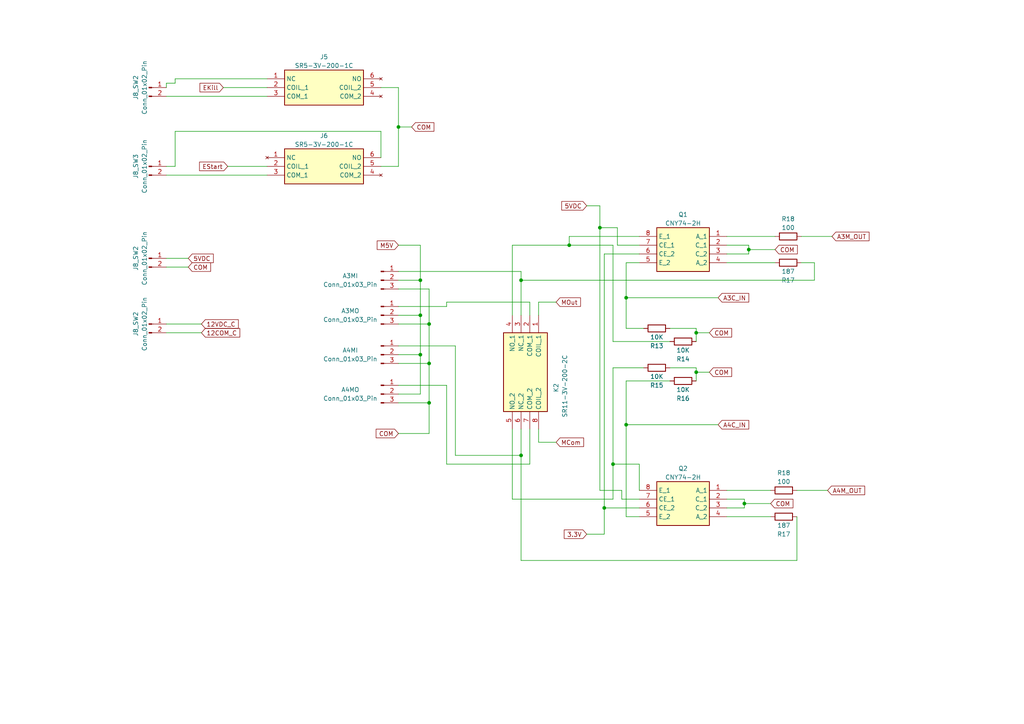
<source format=kicad_sch>
(kicad_sch (version 20230121) (generator eeschema)
  (paper "A4")
  (title_block (title "Additional Circuits") (rev "1.1") (comment 1 "Swapped Signal and 5+"))
  (lib_symbols
    (symbol "Connector:Conn_01x02_Pin" (pin_names (offset 1.016) hide)
      (property "Reference" "J" (at 0 2.54 0))
      (property "Value" "Conn_01x02_Pin" (at 0 -5.08 0))
      (symbol "Conn_01x02_Pin_1_1"
        (polyline (pts (xy 1.27 -2.54) (xy 0.8636 -2.54)) (stroke (width 0.1524)))
        (polyline (pts (xy 1.27 0) (xy 0.8636 0)) (stroke (width 0.1524)))
        (rectangle (start 0.8636 -2.413) (end 0 -2.667) (stroke (width 0.1524)) (fill (type outline)))
        (rectangle (start 0.8636 0.127) (end 0 -0.127) (stroke (width 0.1524)) (fill (type outline)))
        (pin passive line (at 5.08 0 180) (length 3.81) (name "Pin_1") (number "1"))
        (pin passive line (at 5.08 -2.54 180) (length 3.81) (name "Pin_2") (number "2"))
      )
    )
    (symbol "Connector:Conn_01x03_Pin" (pin_names (offset 1.016) hide)
      (property "Reference" "J" (at 0 5.08 0))
      (property "Value" "Conn_01x03_Pin" (at 0 -5.08 0))
      (symbol "Conn_01x03_Pin_1_1"
        (polyline (pts (xy 1.27 -2.54) (xy 0.8636 -2.54)) (stroke (width 0.1524)))
        (polyline (pts (xy 1.27 0) (xy 0.8636 0)) (stroke (width 0.1524)))
        (polyline (pts (xy 1.27 2.54) (xy 0.8636 2.54)) (stroke (width 0.1524)))
        (rectangle (start 0.8636 -2.413) (end 0 -2.667) (stroke (width 0.1524)) (fill (type outline)))
        (rectangle (start 0.8636 0.127) (end 0 -0.127) (stroke (width 0.1524)) (fill (type outline)))
        (rectangle (start 0.8636 2.667) (end 0 2.413) (stroke (width 0.1524)) (fill (type outline)))
        (pin passive line (at 5.08 2.54 180) (length 3.81) (name "Pin_1") (number "1"))
        (pin passive line (at 5.08 0 180) (length 3.81) (name "Pin_2") (number "2"))
        (pin passive line (at 5.08 -2.54 180) (length 3.81) (name "Pin_3") (number "3"))
      )
    )
    (symbol "Device:R" (pin_numbers hide) (pin_names (offset 0))
      (property "Reference" "R" (at 2.032 0 90))
      (property "Value" "R" (at 0 0 90))
      (symbol "R_0_1"
        (rectangle (start -1.016 -2.54) (end 1.016 2.54) (stroke (width 0.254)))
      )
      (symbol "R_1_1"
        (pin passive line (at 0 3.81 270) (length 1.27) (name "~") (number "1"))
        (pin passive line (at 0 -3.81 90) (length 1.27) (name "~") (number "2"))
      )
    )
    (symbol "SR5-3V-200-1C_1"
      (property "Reference" "K3" (at 16.51 6.35 0))
      (property "Value" "SR5-3V-200-1C" (at 16.51 3.81 0))
      (symbol "SR5-3V-200-1C_1_1_1"
        (rectangle (start 5.08 2.54) (end 27.94 -7.62) (stroke (width 0.254)) (fill (type background)))
        (pin passive line (at 0 0 0) (length 5.08) (name "NC") (number "1"))
        (pin passive line (at 0 -2.54 0) (length 5.08) (name "COIL_1") (number "2"))
        (pin passive line (at 0 -5.08 0) (length 5.08) (name "COM_1") (number "3"))
        (pin no_connect line (at 33.02 -5.08 180) (length 5.08) (name "COM_2") (number "4"))
        (pin passive line (at 33.02 -2.54 180) (length 5.08) (name "COIL_2") (number "5"))
        (pin no_connect line (at 33.02 0 180) (length 5.08) (name "NO") (number "6"))
      )
    )
    (symbol "SamacSys:CNY74-2H"
      (property "Reference" "Q" (at 21.59 7.62 0))
      (property "Value" "CNY74-2H" (at 21.59 5.08 0))
      (symbol "CNY74-2H_1_1"
        (rectangle (start 5.08 2.54) (end 20.32 -10.16) (stroke (width 0.254)) (fill (type background)))
        (pin passive line (at 0 0 0) (length 5.08) (name "A_1") (number "1"))
        (pin passive line (at 0 -2.54 0) (length 5.08) (name "C_1") (number "2"))
        (pin passive line (at 0 -5.08 0) (length 5.08) (name "C_2") (number "3"))
        (pin passive line (at 0 -7.62 0) (length 5.08) (name "A_2") (number "4"))
        (pin passive line (at 25.4 -7.62 180) (length 5.08) (name "E_2") (number "5"))
        (pin passive line (at 25.4 -5.08 180) (length 5.08) (name "CE_2") (number "6"))
        (pin passive line (at 25.4 -2.54 180) (length 5.08) (name "CE_1") (number "7"))
        (pin passive line (at 25.4 0 180) (length 5.08) (name "E_1") (number "8"))
      )
    )
    (symbol "SamacSys:SR11-3V-200-2C"
      (property "Reference" "K" (at 29.21 7.62 0))
      (property "Value" "SR11-3V-200-2C" (at 29.21 5.08 0))
      (symbol "SR11-3V-200-2C_1_1"
        (rectangle (start 5.08 2.54) (end 27.94 -10.16) (stroke (width 0.254)) (fill (type background)))
        (pin passive line (at 0 0 0) (length 5.08) (name "COIL_1") (number "1"))
        (pin passive line (at 0 -2.54 0) (length 5.08) (name "COM_1") (number "2"))
        (pin passive line (at 0 -5.08 0) (length 5.08) (name "NC_1") (number "3"))
        (pin passive line (at 0 -7.62 0) (length 5.08) (name "NO_1") (number "4"))
        (pin passive line (at 33.02 -7.62 180) (length 5.08) (name "NO_2") (number "5"))
        (pin passive line (at 33.02 -5.08 180) (length 5.08) (name "NC_2") (number "6"))
        (pin passive line (at 33.02 -2.54 180) (length 5.08) (name "COM_2") (number "7"))
        (pin passive line (at 33.02 0 180) (length 5.08) (name "COIL_2") (number "8"))
      )
    )
    (symbol "SamacSys:SR5-3V-200-1C"
      (property "Reference" "K4" (at 16.51 6.35 0))
      (property "Value" "SR5-3V-200-1C" (at 16.51 3.81 0))
      (symbol "SR5-3V-200-1C_1_1"
        (rectangle (start 5.08 2.54) (end 27.94 -7.62) (stroke (width 0.254)) (fill (type background)))
        (pin no_connect line (at 0 0 0) (length 5.08) (name "NC") (number "1"))
        (pin passive line (at 0 -2.54 0) (length 5.08) (name "COIL_1") (number "2"))
        (pin passive line (at 0 -5.08 0) (length 5.08) (name "COM_1") (number "3"))
        (pin no_connect line (at 33.02 -5.08 180) (length 5.08) (name "COM_2") (number "4"))
        (pin passive line (at 33.02 -2.54 180) (length 5.08) (name "COIL_2") (number "5"))
        (pin passive line (at 33.02 0 180) (length 5.08) (name "NO") (number "6"))
      )
    )
  )
  (junction (at 115.57 36.83))
  (junction (at 201.93 107.95))
  (junction (at 181.61 86.36))
  (junction (at 151.13 132.08))
  (junction (at 177.8 134.62))
  (junction (at 121.92 91.44))
  (junction (at 201.93 96.52))
  (junction (at 217.17 72.39))
  (junction (at 121.92 102.87))
  (junction (at 165.1 71.12))
  (junction (at 181.61 123.19))
  (junction (at 124.46 93.98))
  (junction (at 175.26 147.32))
  (junction (at 173.99 66.04))
  (junction (at 215.9 146.05))
  (junction (at 124.46 105.41))
  (junction (at 151.13 81.28))
  (junction (at 124.46 116.84))
  (junction (at 121.92 81.28))
  (wire (pts (xy 132.08 100.33) (xy 132.08 132.08)))
  (wire (pts (xy 217.17 73.66) (xy 217.17 72.39)))
  (wire (pts (xy 179.07 71.12) (xy 179.07 66.04)))
  (wire (pts (xy 165.1 68.58) (xy 165.1 71.12)))
  (wire (pts (xy 110.49 38.1) (xy 50.8 38.1)))
  (wire (pts (xy 175.26 147.32) (xy 175.26 154.94)))
  (wire (pts (xy 185.42 134.62) (xy 177.8 134.62)))
  (wire (pts (xy 170.18 59.69) (xy 173.99 59.69)))
  (wire (pts (xy 210.82 76.2) (xy 224.79 76.2)))
  (wire (pts (xy 194.31 99.06) (xy 177.8 99.06)))
  (wire (pts (xy 115.57 102.87) (xy 121.92 102.87)))
  (wire (pts (xy 165.1 68.58) (xy 185.42 68.58)))
  (wire (pts (xy 50.8 48.26) (xy 48.26 48.26)))
  (wire (pts (xy 181.61 86.36) (xy 208.28 86.36)))
  (wire (pts (xy 236.22 76.2) (xy 236.22 81.28)))
  (wire (pts (xy 186.69 95.25) (xy 181.61 95.25)))
  (wire (pts (xy 180.34 144.78) (xy 180.34 142.24)))
  (wire (pts (xy 121.92 102.87) (xy 121.92 114.3)))
  (wire (pts (xy 175.26 147.32) (xy 185.42 147.32)))
  (wire (pts (xy 181.61 110.49) (xy 181.61 123.19)))
  (wire (pts (xy 231.14 149.86) (xy 231.14 162.56)))
  (wire (pts (xy 115.57 25.4) (xy 115.57 36.83)))
  (wire (pts (xy 205.74 107.95) (xy 201.93 107.95)))
  (wire (pts (xy 175.26 73.66) (xy 175.26 147.32)))
  (wire (pts (xy 153.67 91.44) (xy 153.67 87.63)))
  (wire (pts (xy 217.17 72.39) (xy 224.79 72.39)))
  (wire (pts (xy 115.57 91.44) (xy 121.92 91.44)))
  (wire (pts (xy 194.31 106.68) (xy 201.93 106.68)))
  (wire (pts (xy 48.26 50.8) (xy 77.47 50.8)))
  (wire (pts (xy 210.82 149.86) (xy 223.52 149.86)))
  (wire (pts (xy 50.8 38.1) (xy 50.8 48.26)))
  (wire (pts (xy 210.82 68.58) (xy 224.79 68.58)))
  (wire (pts (xy 232.41 68.58) (xy 241.3 68.58)))
  (wire (pts (xy 50.8 24.13) (xy 48.26 24.13)))
  (wire (pts (xy 185.42 144.78) (xy 180.34 144.78)))
  (wire (pts (xy 115.57 116.84) (xy 124.46 116.84)))
  (wire (pts (xy 177.8 144.78) (xy 148.59 144.78)))
  (wire (pts (xy 48.26 93.98) (xy 58.42 93.98)))
  (wire (pts (xy 48.26 74.93) (xy 54.61 74.93)))
  (wire (pts (xy 129.54 111.76) (xy 129.54 134.62)))
  (wire (pts (xy 201.93 106.68) (xy 201.93 107.95)))
  (wire (pts (xy 148.59 144.78) (xy 148.59 124.46)))
  (wire (pts (xy 210.82 71.12) (xy 217.17 71.12)))
  (wire (pts (xy 121.92 81.28) (xy 121.92 91.44)))
  (wire (pts (xy 151.13 162.56) (xy 151.13 132.08)))
  (wire (pts (xy 153.67 134.62) (xy 129.54 134.62)))
  (wire (pts (xy 156.21 124.46) (xy 156.21 128.27)))
  (wire (pts (xy 173.99 66.04) (xy 173.99 142.24)))
  (wire (pts (xy 201.93 110.49) (xy 201.93 107.95)))
  (wire (pts (xy 201.93 95.25) (xy 201.93 96.52)))
  (wire (pts (xy 48.26 77.47) (xy 54.61 77.47)))
  (wire (pts (xy 151.13 78.74) (xy 151.13 81.28)))
  (wire (pts (xy 194.31 110.49) (xy 181.61 110.49)))
  (wire (pts (xy 115.57 81.28) (xy 121.92 81.28)))
  (wire (pts (xy 185.42 73.66) (xy 175.26 73.66)))
  (wire (pts (xy 231.14 142.24) (xy 240.03 142.24)))
  (wire (pts (xy 124.46 116.84) (xy 124.46 105.41)))
  (wire (pts (xy 181.61 123.19) (xy 208.28 123.19)))
  (wire (pts (xy 170.18 154.94) (xy 175.26 154.94)))
  (wire (pts (xy 156.21 87.63) (xy 156.21 91.44)))
  (wire (pts (xy 217.17 71.12) (xy 217.17 72.39)))
  (wire (pts (xy 121.92 71.12) (xy 121.92 81.28)))
  (wire (pts (xy 129.54 88.9) (xy 129.54 87.63)))
  (wire (pts (xy 48.26 24.13) (xy 48.26 25.4)))
  (wire (pts (xy 151.13 124.46) (xy 151.13 132.08)))
  (wire (pts (xy 124.46 125.73) (xy 124.46 116.84)))
  (wire (pts (xy 50.8 22.86) (xy 50.8 24.13)))
  (wire (pts (xy 205.74 96.52) (xy 201.93 96.52)))
  (wire (pts (xy 185.42 134.62) (xy 185.42 142.24)))
  (wire (pts (xy 156.21 128.27) (xy 161.29 128.27)))
  (wire (pts (xy 181.61 76.2) (xy 181.61 86.36)))
  (wire (pts (xy 151.13 81.28) (xy 151.13 91.44)))
  (wire (pts (xy 236.22 81.28) (xy 151.13 81.28)))
  (wire (pts (xy 177.8 134.62) (xy 177.8 144.78)))
  (wire (pts (xy 165.1 71.12) (xy 148.59 71.12)))
  (wire (pts (xy 201.93 99.06) (xy 201.93 96.52)))
  (wire (pts (xy 194.31 95.25) (xy 201.93 95.25)))
  (wire (pts (xy 215.9 144.78) (xy 215.9 146.05)))
  (wire (pts (xy 121.92 114.3) (xy 115.57 114.3)))
  (wire (pts (xy 210.82 144.78) (xy 215.9 144.78)))
  (wire (pts (xy 161.29 87.63) (xy 156.21 87.63)))
  (wire (pts (xy 153.67 87.63) (xy 129.54 87.63)))
  (wire (pts (xy 173.99 59.69) (xy 173.99 66.04)))
  (wire (pts (xy 153.67 124.46) (xy 153.67 134.62)))
  (wire (pts (xy 77.47 22.86) (xy 50.8 22.86)))
  (wire (pts (xy 64.77 25.4) (xy 77.47 25.4)))
  (wire (pts (xy 124.46 93.98) (xy 124.46 83.82)))
  (wire (pts (xy 115.57 78.74) (xy 151.13 78.74)))
  (wire (pts (xy 115.57 125.73) (xy 124.46 125.73)))
  (wire (pts (xy 132.08 132.08) (xy 151.13 132.08)))
  (wire (pts (xy 115.57 111.76) (xy 129.54 111.76)))
  (wire (pts (xy 231.14 162.56) (xy 151.13 162.56)))
  (wire (pts (xy 181.61 86.36) (xy 181.61 95.25)))
  (wire (pts (xy 110.49 25.4) (xy 115.57 25.4)))
  (wire (pts (xy 121.92 91.44) (xy 121.92 102.87)))
  (wire (pts (xy 185.42 71.12) (xy 179.07 71.12)))
  (wire (pts (xy 48.26 27.94) (xy 77.47 27.94)))
  (wire (pts (xy 124.46 83.82) (xy 115.57 83.82)))
  (wire (pts (xy 177.8 71.12) (xy 177.8 99.06)))
  (wire (pts (xy 210.82 73.66) (xy 217.17 73.66)))
  (wire (pts (xy 115.57 93.98) (xy 124.46 93.98)))
  (wire (pts (xy 179.07 66.04) (xy 173.99 66.04)))
  (wire (pts (xy 124.46 105.41) (xy 124.46 93.98)))
  (wire (pts (xy 115.57 100.33) (xy 132.08 100.33)))
  (wire (pts (xy 215.9 146.05) (xy 223.52 146.05)))
  (wire (pts (xy 48.26 96.52) (xy 58.42 96.52)))
  (wire (pts (xy 148.59 71.12) (xy 148.59 91.44)))
  (wire (pts (xy 210.82 147.32) (xy 215.9 147.32)))
  (wire (pts (xy 232.41 76.2) (xy 236.22 76.2)))
  (wire (pts (xy 181.61 123.19) (xy 181.61 149.86)))
  (wire (pts (xy 177.8 71.12) (xy 165.1 71.12)))
  (wire (pts (xy 115.57 105.41) (xy 124.46 105.41)))
  (wire (pts (xy 186.69 106.68) (xy 177.8 106.68)))
  (wire (pts (xy 115.57 48.26) (xy 115.57 36.83)))
  (wire (pts (xy 215.9 146.05) (xy 215.9 147.32)))
  (wire (pts (xy 110.49 45.72) (xy 110.49 38.1)))
  (wire (pts (xy 180.34 142.24) (xy 173.99 142.24)))
  (wire (pts (xy 66.04 48.26) (xy 77.47 48.26)))
  (wire (pts (xy 115.57 88.9) (xy 129.54 88.9)))
  (wire (pts (xy 185.42 76.2) (xy 181.61 76.2)))
  (wire (pts (xy 115.57 71.12) (xy 121.92 71.12)))
  (wire (pts (xy 115.57 36.83) (xy 119.38 36.83)))
  (wire (pts (xy 185.42 149.86) (xy 181.61 149.86)))
  (wire (pts (xy 210.82 142.24) (xy 223.52 142.24)))
  (wire (pts (xy 110.49 48.26) (xy 115.57 48.26)))
  (wire (pts (xy 177.8 106.68) (xy 177.8 134.62)))
  (global_label "COM" (shape input) (at 205.74 107.95 0) (property "Intersheetrefs" "${INTERSHEET_REFS}" (effects hide)))
  (global_label "COM" (shape input) (at 54.61 77.47 0) (property "Intersheetrefs" "${INTERSHEET_REFS}" (effects hide)))
  (global_label "COM" (shape input) (at 224.79 72.39 0) (property "Intersheetrefs" "${INTERSHEET_REFS}" (effects hide)))
  (global_label "A4C_IN" (shape input) (at 208.28 123.19 0) (property "Intersheetrefs" "${INTERSHEET_REFS}" (effects hide)))
  (global_label "A4M_OUT" (shape input) (at 240.03 142.24 0) (property "Intersheetrefs" "${INTERSHEET_REFS}" (effects hide)))
  (global_label "A3M_OUT" (shape input) (at 241.3 68.58 0) (property "Intersheetrefs" "${INTERSHEET_REFS}" (effects hide)))
  (global_label "EStart" (shape input) (at 66.04 48.26 180) (property "Intersheetrefs" "${INTERSHEET_REFS}" (effects hide)))
  (global_label "COM" (shape input) (at 115.57 125.73 180) (property "Intersheetrefs" "${INTERSHEET_REFS}" (effects hide)))
  (global_label "12COM_C" (shape input) (at 58.42 96.52 0) (property "Intersheetrefs" "${INTERSHEET_REFS}" (effects hide)))
  (global_label "12VDC_C" (shape input) (at 58.42 93.98 0) (property "Intersheetrefs" "${INTERSHEET_REFS}" (effects hide)))
  (global_label "COM" (shape input) (at 205.74 96.52 0) (property "Intersheetrefs" "${INTERSHEET_REFS}" (effects hide)))
  (global_label "3.3V" (shape input) (at 170.18 154.94 180) (property "Intersheetrefs" "${INTERSHEET_REFS}" (effects hide)))
  (global_label "COM" (shape input) (at 119.38 36.83 0) (property "Intersheetrefs" "${INTERSHEET_REFS}" (effects hide)))
  (global_label "M5V" (shape input) (at 115.57 71.12 180) (property "Intersheetrefs" "${INTERSHEET_REFS}" (effects hide)))
  (global_label "5VDC" (shape input) (at 54.61 74.93 0) (property "Intersheetrefs" "${INTERSHEET_REFS}" (effects hide)))
  (global_label "MOut" (shape input) (at 161.29 87.63 0) (property "Intersheetrefs" "${INTERSHEET_REFS}" (effects hide)))
  (global_label "5VDC" (shape input) (at 170.18 59.69 180) (property "Intersheetrefs" "${INTERSHEET_REFS}" (effects hide)))
  (global_label "EKill" (shape input) (at 64.77 25.4 180) (property "Intersheetrefs" "${INTERSHEET_REFS}" (effects hide)))
  (global_label "A3C_IN" (shape input) (at 208.28 86.36 0) (property "Intersheetrefs" "${INTERSHEET_REFS}" (effects hide)))
  (global_label "COM" (shape input) (at 223.52 146.05 0) (property "Intersheetrefs" "${INTERSHEET_REFS}" (effects hide)))
  (global_label "MCom" (shape input) (at 161.29 128.27 0) (property "Intersheetrefs" "${INTERSHEET_REFS}" (effects hide)))
  (symbol (lib_id "SamacSys:CNY74-2H") (at 210.82 142.24 0) (mirror y) (unit 1)
    (property "Reference" "Q2" (at 198.12 135.89 0))
    (property "Value" "CNY74-2H" (at 198.12 138.43 0))
    (property "Footprint" "DIP762W56P254L977H470Q8N" (effects hide))
    (property "Datasheet" "https://componentsearchengine.com/Datasheets/2/CNY74-2H.pdf" (effects hide))
    (property "Height" "4.7" (effects hide))
    (property "Mouser Part Number" "782-CNY74-2H" (effects hide))
    (property "Mouser Price/Stock" "https://www.mouser.co.uk/ProductDetail/Vishay-Semiconductors/CNY74-2H?qs=xCMk%252BIHWTZO%2Fp2dB7mb0lQ%3D%3D" (effects hide))
    (property "Manufacturer_Name" "Vishay" (effects hide))
    (property "Manufacturer_Part_Number" "CNY74-2H" (effects hide))
    (instances (project "Control_board" (path "" (reference "Q2") (unit 1)) (path "" (reference "IC4") (unit 1))))
  )
  (symbol (lib_id "Device:R") (at 198.12 110.49 270) (unit 1)
    (property "Reference" "R16" (at 198.12 115.57 90))
    (property "Value" "10K" (at 198.12 113.03 90))
    (property "Footprint" "Resistor_THT:R_Axial_DIN0411_L9.9mm_D3.6mm_P12.70mm_Horizontal" (effects hide))
  )
  (symbol (lib_id "Device:R") (at 227.33 149.86 270) (unit 1)
    (property "Reference" "R17" (at 227.33 154.94 90))
    (property "Value" "187" (at 227.33 152.4 90))
    (property "Footprint" "Resistor_THT:R_Axial_DIN0411_L9.9mm_D3.6mm_P12.70mm_Horizontal" (effects hide))
    (instances (project "Control_board" (path "" (reference "R17") (unit 1)) (path "" (reference "R18") (unit 1))))
  )
  (symbol (lib_id "Connector:Conn_01x03_Pin") (at 110.49 91.44 0) (unit 1)
    (property "Reference" "A3MO" (at 101.6 90.17 0))
    (property "Value" "Conn_01x03_Pin" (at 101.6 92.71 0))
    (property "Footprint" "Connector_PinHeader_2.54mm:PinHeader_1x03_P2.54mm_Vertical" (effects hide))
    (instances (project "Control_board" (path "" (reference "A3MO") (unit 1)) (path "" (reference "A3M1") (unit 1))))
  )
  (symbol (lib_id "Connector:Conn_01x02_Pin") (at 43.18 93.98 0) (unit 1)
    (property "Reference" "J8_SW2" (at 39.37 93.98 90))
    (property "Value" "Conn_01x02_Pin" (at 41.91 93.98 90))
    (property "Footprint" "Connector_Phoenix_MC_HighVoltage:PhoenixContact_MCV_1,5_2-G-5.08_1x02_P5.08mm_Vertical" (effects hide))
    (instances (project "Control_board" (path "" (reference "J8_SW2") (unit 1)) (path "" (reference "12VOut1") (unit 1))))
  )
  (symbol (lib_name "SR5-3V-200-1C_1") (lib_id "SamacSys:SR5-3V-200-1C") (at 77.47 22.86 0) (unit 1)
    (property "Reference" "J5" (at 93.98 16.51 0))
    (property "Value" "SR5-3V-200-1C" (at 93.98 19.05 0))
    (property "Footprint" "SR53V2001C" (effects hide))
    (property "Datasheet" "https://www.cuidevices.com/product/resource/sr5.pdf" (effects hide))
    (property "Height" "12.1" (effects hide))
    (property "Mouser Part Number" "179-SR5-3V-200-1C" (effects hide))
    (property "Mouser Price/Stock" "https://www.mouser.co.uk/ProductDetail/CUI-Devices/SR5-3V-200-1C?qs=4ASt3YYao0XB60H1Ojp4Wg%3D%3D" (effects hide))
    (property "Manufacturer_Name" "CUI Devices" (effects hide))
    (property "Manufacturer_Part_Number" "SR5-3V-200-1C" (effects hide))
    (instances (project "Control_board" (path "" (reference "J5") (unit 1)) (path "" (reference "K3") (unit 1))))
  )
  (symbol (lib_id "Connector:Conn_01x02_Pin") (at 43.18 74.93 0) (unit 1)
    (property "Reference" "J8_SW2" (at 39.37 74.93 90))
    (property "Value" "Conn_01x02_Pin" (at 41.91 74.93 90))
    (property "Footprint" "Connector_Phoenix_MC_HighVoltage:PhoenixContact_MCV_1,5_2-G-5.08_1x02_P5.08mm_Vertical" (effects hide))
    (instances (project "Control_board" (path "" (reference "J8_SW2") (unit 1)) (path "" (reference "5VOut1") (unit 1))))
  )
  (symbol (lib_id "Device:R") (at 198.12 99.06 270) (unit 1)
    (property "Reference" "R14" (at 198.12 104.14 90))
    (property "Value" "10K" (at 198.12 101.6 90))
    (property "Footprint" "Resistor_THT:R_Axial_DIN0411_L9.9mm_D3.6mm_P12.70mm_Horizontal" (effects hide))
    (instances (project "Control_board" (path "" (reference "R14") (unit 1)) (path "" (reference "R15") (unit 1))))
  )
  (symbol (lib_id "Connector:Conn_01x02_Pin") (at 43.18 48.26 0) (unit 1)
    (property "Reference" "J8_SW3" (at 39.37 48.26 90))
    (property "Value" "Conn_01x02_Pin" (at 41.91 48.26 90))
    (property "Footprint" "Connector_Phoenix_MC_HighVoltage:PhoenixContact_MCV_1,5_2-G-5.08_1x02_P5.08mm_Vertical" (effects hide))
    (instances (project "Control_board" (path "" (reference "J8_SW3") (unit 1)) (path "" (reference "EStart1") (unit 1))))
  )
  (symbol (lib_id "Connector:Conn_01x03_Pin") (at 110.49 102.87 0) (unit 1)
    (property "Reference" "A4MI" (at 101.6 101.6 0))
    (property "Value" "Conn_01x03_Pin" (at 101.6 104.14 0))
    (property "Footprint" "Connector_PinHeader_2.54mm:PinHeader_1x03_P2.54mm_Vertical" (effects hide))
    (instances (project "Control_board" (path "" (reference "A4MI") (unit 1)) (path "" (reference "A4C1") (unit 1))))
  )
  (symbol (lib_id "Connector:Conn_01x02_Pin") (at 43.18 25.4 0) (unit 1)
    (property "Reference" "J8_SW2" (at 39.37 25.4 90))
    (property "Value" "Conn_01x02_Pin" (at 41.91 25.4 90))
    (property "Footprint" "Connector_Phoenix_MC_HighVoltage:PhoenixContact_MCV_1,5_2-G-5.08_1x02_P5.08mm_Vertical" (effects hide))
    (instances (project "Control_board" (path "" (reference "J8_SW2") (unit 1)) (path "" (reference "EKill1") (unit 1))))
  )
  (symbol (lib_id "Device:R") (at 190.5 95.25 270) (unit 1)
    (property "Reference" "R13" (at 190.5 100.33 90))
    (property "Value" "10K" (at 190.5 97.79 90))
    (property "Footprint" "Resistor_THT:R_Axial_DIN0411_L9.9mm_D3.6mm_P12.70mm_Horizontal" (effects hide))
  )
  (symbol (lib_id "Connector:Conn_01x03_Pin") (at 110.49 114.3 0) (unit 1)
    (property "Reference" "A4MO" (at 101.6 113.03 0))
    (property "Value" "Conn_01x03_Pin" (at 101.6 115.57 0))
    (property "Footprint" "Connector_PinHeader_2.54mm:PinHeader_1x03_P2.54mm_Vertical" (effects hide))
    (instances (project "Control_board" (path "" (reference "A4MO") (unit 1)) (path "" (reference "A4M1") (unit 1))))
  )
  (symbol (lib_id "Device:R") (at 227.33 142.24 90) (unit 1)
    (property "Reference" "R18" (at 227.33 137.16 90))
    (property "Value" "100" (at 227.33 139.7 90))
    (property "Footprint" "Resistor_THT:R_Axial_DIN0411_L9.9mm_D3.6mm_P12.70mm_Horizontal" (effects hide))
    (instances (project "Control_board" (path "" (reference "R18") (unit 1)) (path "" (reference "R17") (unit 1))))
  )
  (symbol (lib_id "Device:R") (at 228.6 76.2 270) (unit 1)
    (property "Reference" "R17" (at 228.6 81.28 90))
    (property "Value" "187" (at 228.6 78.74 90))
    (property "Footprint" "Resistor_THT:R_Axial_DIN0411_L9.9mm_D3.6mm_P12.70mm_Horizontal" (effects hide))
    (instances (project "Control_board" (path "" (reference "R17") (unit 1)) (path "" (reference "R20") (unit 1))))
  )
  (symbol (lib_id "SamacSys:SR5-3V-200-1C") (at 77.47 45.72 0) (unit 1)
    (property "Reference" "J6" (at 93.98 39.37 0))
    (property "Value" "SR5-3V-200-1C" (at 93.98 41.91 0))
    (property "Footprint" "SR53V2001C" (effects hide))
    (property "Datasheet" "https://www.cuidevices.com/product/resource/sr5.pdf" (effects hide))
    (property "Height" "12.1" (effects hide))
    (property "Mouser Part Number" "179-SR5-3V-200-1C" (effects hide))
    (property "Mouser Price/Stock" "https://www.mouser.co.uk/ProductDetail/CUI-Devices/SR5-3V-200-1C?qs=4ASt3YYao0XB60H1Ojp4Wg%3D%3D" (effects hide))
    (property "Manufacturer_Name" "CUI Devices" (effects hide))
    (property "Manufacturer_Part_Number" "SR5-3V-200-1C" (effects hide))
    (instances (project "Control_board" (path "" (reference "J6") (unit 1)) (path "" (reference "K4") (unit 1))))
  )
  (symbol (lib_id "SamacSys:CNY74-2H") (at 210.82 68.58 0) (mirror y) (unit 1)
    (property "Reference" "Q1" (at 198.12 62.23 0))
    (property "Value" "CNY74-2H" (at 198.12 64.77 0))
    (property "Footprint" "DIP762W56P254L977H470Q8N" (effects hide))
    (property "Datasheet" "https://componentsearchengine.com/Datasheets/2/CNY74-2H.pdf" (effects hide))
    (property "Height" "4.7" (effects hide))
    (property "Mouser Part Number" "782-CNY74-2H" (effects hide))
    (property "Mouser Price/Stock" "https://www.mouser.co.uk/ProductDetail/Vishay-Semiconductors/CNY74-2H?qs=xCMk%252BIHWTZO%2Fp2dB7mb0lQ%3D%3D" (effects hide))
    (property "Manufacturer_Name" "Vishay" (effects hide))
    (property "Manufacturer_Part_Number" "CNY74-2H" (effects hide))
    (instances (project "Control_board" (path "" (reference "Q1") (unit 1)) (path "" (reference "IC3") (unit 1))))
  )
  (symbol (lib_id "Connector:Conn_01x03_Pin") (at 110.49 81.28 0) (unit 1)
    (property "Reference" "A3MI" (at 101.6 80.01 0))
    (property "Value" "Conn_01x03_Pin" (at 101.6 82.55 0))
    (property "Footprint" "Connector_PinHeader_2.54mm:PinHeader_1x03_P2.54mm_Vertical" (effects hide))
    (instances (project "Control_board" (path "" (reference "A3MI") (unit 1)) (path "" (reference "A3C1") (unit 1))))
  )
  (symbol (lib_id "Device:R") (at 228.6 68.58 90) (unit 1)
    (property "Reference" "R18" (at 228.6 63.5 90))
    (property "Value" "100" (at 228.6 66.04 90))
    (property "Footprint" "Resistor_THT:R_Axial_DIN0411_L9.9mm_D3.6mm_P12.70mm_Horizontal" (effects hide))
    (instances (project "Control_board" (path "" (reference "R18") (unit 1)) (path "" (reference "R19") (unit 1))))
  )
  (symbol (lib_id "Device:R") (at 190.5 106.68 270) (unit 1)
    (property "Reference" "R15" (at 190.5 111.76 90))
    (property "Value" "10K" (at 190.5 109.22 90))
    (property "Footprint" "Resistor_THT:R_Axial_DIN0411_L9.9mm_D3.6mm_P12.70mm_Horizontal" (effects hide))
    (instances (project "Control_board" (path "" (reference "R15") (unit 1)) (path "" (reference "R14") (unit 1))))
  )
  (symbol (lib_id "SamacSys:SR11-3V-200-2C") (at 156.21 91.44 270) (unit 1)
    (property "Reference" "K2" (at 161.29 111.125 0) (effects (justify left)))
    (property "Value" "SR11-3V-200-2C" (at 163.83 102.87 0) (effects (justify left)))
    (property "Footprint" "SR113V2002C" (effects hide))
    (property "Datasheet" "https://www.cuidevices.com/product/resource/sr11.pdf" (effects hide))
    (property "Height" "11.7" (effects hide))
    (property "Mouser Part Number" "179-SR11-3V-200-2C" (effects hide))
    (property "Mouser Price/Stock" "https://www.mouser.co.uk/ProductDetail/CUI-Devices/SR11-3V-200-2C?qs=4ASt3YYao0Upd1omJxk2Og%3D%3D" (effects hide))
    (property "Manufacturer_Name" "CUI Devices" (effects hide))
    (property "Manufacturer_Part_Number" "SR11-3V-200-2C" (effects hide))
    (instances (project "Control_board" (path "" (reference "K2") (unit 1)) (path "" (reference "K5") (unit 1))))
  )
)
</source>
